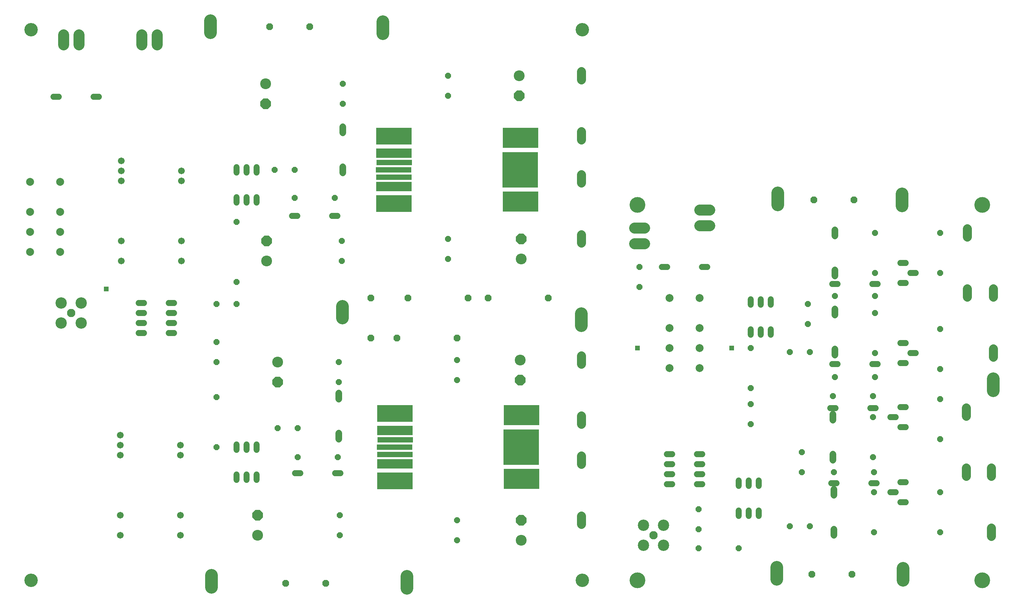
<source format=gts>
G75*
%MOIN*%
%OFA0B0*%
%FSLAX25Y25*%
%IPPOS*%
%LPD*%
%AMOC8*
5,1,8,0,0,1.08239X$1,22.5*
%
%ADD10C,0.13398*%
%ADD11C,0.15750*%
%ADD12C,0.10839*%
%ADD13C,0.08300*%
%ADD14C,0.11300*%
%ADD15C,0.12650*%
%ADD16OC8,0.06000*%
%ADD17C,0.06000*%
%ADD18C,0.07887*%
%ADD19C,0.06737*%
%ADD20C,0.09050*%
%ADD21R,0.35800X0.16800*%
%ADD22R,0.35800X0.09300*%
%ADD23R,0.35800X0.05800*%
%ADD24R,0.35800X0.20300*%
%ADD25R,0.35800X0.35800*%
%ADD26C,0.06737*%
%ADD27C,0.10800*%
%ADD28OC8,0.10800*%
%ADD29OC8,0.06800*%
%ADD30R,0.04762X0.04762*%
D10*
X0026000Y0027800D03*
X0026000Y0027800D03*
X0576000Y0027800D03*
X0576000Y0027800D03*
X0576000Y0577800D03*
X0576000Y0577800D03*
X0026000Y0577800D03*
X0026000Y0577800D03*
D11*
X0631000Y0402800D03*
X0631000Y0402800D03*
X0975000Y0402800D03*
X0975000Y0402800D03*
X0975000Y0027800D03*
X0975000Y0027800D03*
X0631000Y0027800D03*
X0631000Y0027800D03*
D12*
X0627980Y0364005D02*
X0638020Y0364005D01*
X0638020Y0379595D02*
X0627980Y0379595D01*
X0692980Y0382005D02*
X0703020Y0382005D01*
X0703020Y0397595D02*
X0692980Y0397595D01*
X0151795Y0562780D02*
X0151795Y0572820D01*
X0136205Y0572820D02*
X0136205Y0562780D01*
X0073795Y0562780D02*
X0073795Y0572820D01*
X0058205Y0572820D02*
X0058205Y0562780D01*
D13*
X0066000Y0294800D03*
X0647000Y0072800D03*
D14*
X0636961Y0082839D03*
X0657039Y0082839D03*
X0657039Y0062761D03*
X0636961Y0062761D03*
X0076039Y0284761D03*
X0055961Y0284761D03*
X0055961Y0304839D03*
X0076039Y0304839D03*
D15*
X0336700Y0301525D02*
X0336700Y0289675D01*
X0575000Y0294025D02*
X0575000Y0282175D01*
X0771000Y0402875D02*
X0771000Y0414725D01*
X0895000Y0413725D02*
X0895000Y0401875D01*
X0986000Y0229025D02*
X0986000Y0217175D01*
X0896000Y0039725D02*
X0896000Y0027875D01*
X0770000Y0028875D02*
X0770000Y0040725D01*
X0401000Y0031725D02*
X0401000Y0019875D01*
X0206000Y0020875D02*
X0206000Y0032725D01*
X0377000Y0573875D02*
X0377000Y0585725D01*
X0205000Y0586725D02*
X0205000Y0574875D01*
D16*
X0337000Y0523800D03*
X0337000Y0503800D03*
X0442000Y0511800D03*
X0442000Y0531800D03*
X0289000Y0437800D03*
X0269000Y0437800D03*
X0289000Y0409800D03*
X0329000Y0409800D03*
X0336000Y0366800D03*
X0336000Y0346800D03*
X0442000Y0348800D03*
X0442000Y0368800D03*
X0633000Y0340800D03*
X0633000Y0320800D03*
X0744000Y0259800D03*
X0783000Y0255800D03*
X0803000Y0255800D03*
X0801000Y0283800D03*
X0801000Y0303800D03*
X0828000Y0311800D03*
X0868000Y0311800D03*
X0868000Y0294800D03*
X0868000Y0254800D03*
X0868000Y0230800D03*
X0866000Y0211800D03*
X0866000Y0190800D03*
X0826000Y0211800D03*
X0828000Y0230800D03*
X0744000Y0219800D03*
X0744000Y0203800D03*
X0744000Y0183800D03*
X0795000Y0155800D03*
X0795000Y0135800D03*
X0827000Y0135800D03*
X0867000Y0135800D03*
X0866000Y0150800D03*
X0867000Y0115800D03*
X0933000Y0115800D03*
X0933000Y0075800D03*
X0867000Y0075800D03*
X0803000Y0081800D03*
X0783000Y0081800D03*
X0732000Y0059800D03*
X0692000Y0059800D03*
X0692000Y0078800D03*
X0692000Y0098800D03*
X0451000Y0087800D03*
X0451000Y0067800D03*
X0334000Y0072800D03*
X0334000Y0092800D03*
X0332000Y0150800D03*
X0292000Y0150800D03*
X0292000Y0179800D03*
X0272000Y0179800D03*
X0211000Y0160800D03*
X0211000Y0210800D03*
X0211000Y0245800D03*
X0211000Y0265800D03*
X0211000Y0303800D03*
X0231000Y0303800D03*
X0231000Y0325800D03*
X0231000Y0385800D03*
X0333000Y0245800D03*
X0333000Y0225800D03*
X0451000Y0227800D03*
X0451000Y0247800D03*
X0868000Y0334800D03*
X0868000Y0374800D03*
X0933000Y0374800D03*
X0933000Y0334800D03*
X0933000Y0278800D03*
X0933000Y0238800D03*
X0933000Y0208800D03*
X0933000Y0168800D03*
D17*
X0898600Y0180800D02*
X0893400Y0180800D01*
X0888600Y0190800D02*
X0883400Y0190800D01*
X0893400Y0200800D02*
X0898600Y0200800D01*
X0868600Y0199800D02*
X0863400Y0199800D01*
X0828600Y0199800D02*
X0823400Y0199800D01*
X0825400Y0243800D02*
X0830600Y0243800D01*
X0865400Y0243800D02*
X0870600Y0243800D01*
X0893400Y0244800D02*
X0898600Y0244800D01*
X0903400Y0254800D02*
X0908600Y0254800D01*
X0898600Y0264800D02*
X0893400Y0264800D01*
X0893400Y0324800D02*
X0898600Y0324800D01*
X0903400Y0334800D02*
X0908600Y0334800D01*
X0898600Y0344800D02*
X0893400Y0344800D01*
X0870600Y0323800D02*
X0865400Y0323800D01*
X0830600Y0323800D02*
X0825400Y0323800D01*
X0764000Y0308400D02*
X0764000Y0303200D01*
X0754000Y0303200D02*
X0754000Y0308400D01*
X0744000Y0308400D02*
X0744000Y0303200D01*
X0744000Y0278400D02*
X0744000Y0273200D01*
X0754000Y0273200D02*
X0754000Y0278400D01*
X0764000Y0278400D02*
X0764000Y0273200D01*
X0700600Y0340800D02*
X0695400Y0340800D01*
X0660600Y0340800D02*
X0655400Y0340800D01*
X0660400Y0153800D02*
X0665600Y0153800D01*
X0665600Y0143800D02*
X0660400Y0143800D01*
X0660400Y0133800D02*
X0665600Y0133800D01*
X0665600Y0123800D02*
X0660400Y0123800D01*
X0690400Y0123800D02*
X0695600Y0123800D01*
X0695600Y0133800D02*
X0690400Y0133800D01*
X0690400Y0143800D02*
X0695600Y0143800D01*
X0695600Y0153800D02*
X0690400Y0153800D01*
X0732000Y0127400D02*
X0732000Y0122200D01*
X0742000Y0122200D02*
X0742000Y0127400D01*
X0752000Y0127400D02*
X0752000Y0122200D01*
X0752000Y0097400D02*
X0752000Y0092200D01*
X0742000Y0092200D02*
X0742000Y0097400D01*
X0732000Y0097400D02*
X0732000Y0092200D01*
X0824400Y0124800D02*
X0829600Y0124800D01*
X0864400Y0124800D02*
X0869600Y0124800D01*
X0883400Y0115800D02*
X0888600Y0115800D01*
X0893400Y0125800D02*
X0898600Y0125800D01*
X0898600Y0105800D02*
X0893400Y0105800D01*
X0334600Y0134800D02*
X0329400Y0134800D01*
X0294600Y0134800D02*
X0289400Y0134800D01*
X0251000Y0133400D02*
X0251000Y0128200D01*
X0241000Y0128200D02*
X0241000Y0133400D01*
X0231000Y0133400D02*
X0231000Y0128200D01*
X0231000Y0158200D02*
X0231000Y0163400D01*
X0241000Y0163400D02*
X0241000Y0158200D01*
X0251000Y0158200D02*
X0251000Y0163400D01*
X0168600Y0274800D02*
X0163400Y0274800D01*
X0163400Y0284800D02*
X0168600Y0284800D01*
X0168600Y0294800D02*
X0163400Y0294800D01*
X0163400Y0304800D02*
X0168600Y0304800D01*
X0138600Y0304800D02*
X0133400Y0304800D01*
X0133400Y0294800D02*
X0138600Y0294800D01*
X0138600Y0284800D02*
X0133400Y0284800D01*
X0133400Y0274800D02*
X0138600Y0274800D01*
X0286400Y0391800D02*
X0291600Y0391800D01*
X0326400Y0391800D02*
X0331600Y0391800D01*
X0251000Y0405200D02*
X0251000Y0410400D01*
X0241000Y0410400D02*
X0241000Y0405200D01*
X0231000Y0405200D02*
X0231000Y0410400D01*
X0231000Y0435200D02*
X0231000Y0440400D01*
X0241000Y0440400D02*
X0241000Y0435200D01*
X0251000Y0435200D02*
X0251000Y0440400D01*
X0093600Y0510800D02*
X0088400Y0510800D01*
X0053600Y0510800D02*
X0048400Y0510800D01*
D18*
X0055000Y0425800D03*
X0025000Y0425800D03*
X0025000Y0395800D03*
X0025000Y0375800D03*
X0055000Y0375800D03*
X0055000Y0395800D03*
X0055000Y0355800D03*
X0025000Y0355800D03*
X0663000Y0309800D03*
X0693000Y0309800D03*
X0693000Y0279800D03*
X0663000Y0279800D03*
X0663000Y0259800D03*
X0663000Y0239800D03*
X0693000Y0239800D03*
X0693000Y0259800D03*
D19*
X0828000Y0258769D02*
X0828000Y0252831D01*
X0828000Y0292831D02*
X0828000Y0298769D01*
X0828000Y0331831D02*
X0828000Y0337769D01*
X0828000Y0371831D02*
X0828000Y0377769D01*
X0826000Y0193769D02*
X0826000Y0187831D01*
X0826000Y0153769D02*
X0826000Y0147831D01*
X0827000Y0118769D02*
X0827000Y0112831D01*
X0827000Y0078769D02*
X0827000Y0072831D01*
X0333000Y0168831D02*
X0333000Y0174769D01*
X0333000Y0208831D02*
X0333000Y0214769D01*
X0337000Y0434831D02*
X0337000Y0440769D01*
X0337000Y0474831D02*
X0337000Y0480769D01*
D20*
X0575000Y0475925D02*
X0575000Y0467675D01*
X0575000Y0432925D02*
X0575000Y0424675D01*
X0575000Y0372925D02*
X0575000Y0364675D01*
X0575000Y0251925D02*
X0575000Y0243675D01*
X0575000Y0191925D02*
X0575000Y0183675D01*
X0575000Y0151925D02*
X0575000Y0143675D01*
X0575000Y0091925D02*
X0575000Y0083675D01*
X0959000Y0131675D02*
X0959000Y0139925D01*
X0984000Y0139925D02*
X0984000Y0131675D01*
X0984000Y0079925D02*
X0984000Y0071675D01*
X0959000Y0191675D02*
X0959000Y0199925D01*
X0986000Y0250675D02*
X0986000Y0258925D01*
X0986000Y0310675D02*
X0986000Y0318925D01*
X0960000Y0318925D02*
X0960000Y0310675D01*
X0960000Y0370675D02*
X0960000Y0378925D01*
X0575000Y0527675D02*
X0575000Y0535925D01*
D21*
X0388000Y0471400D03*
X0388100Y0404000D03*
X0389000Y0194400D03*
X0389100Y0127000D03*
D22*
X0388900Y0143900D03*
X0389100Y0177500D03*
X0387900Y0420900D03*
X0388100Y0454500D03*
D23*
X0388200Y0445200D03*
X0387700Y0437800D03*
X0387900Y0430500D03*
X0389200Y0168200D03*
X0388700Y0160800D03*
X0388900Y0153500D03*
D24*
X0515200Y0129100D03*
X0515200Y0192700D03*
X0514200Y0406100D03*
X0514200Y0469700D03*
D25*
X0514050Y0437750D03*
X0515050Y0160750D03*
D26*
X0175000Y0162800D03*
X0175000Y0152800D03*
X0115000Y0152800D03*
X0115000Y0162800D03*
X0115000Y0172800D03*
X0115000Y0092800D03*
X0115000Y0072800D03*
X0175000Y0072800D03*
X0175000Y0092800D03*
X0176000Y0346800D03*
X0176000Y0366800D03*
X0116000Y0366800D03*
X0116000Y0346800D03*
X0116000Y0426800D03*
X0116000Y0436800D03*
X0116000Y0446800D03*
X0176000Y0436800D03*
X0176000Y0426800D03*
D27*
X0261000Y0346800D03*
X0272000Y0245800D03*
X0514000Y0247800D03*
X0515000Y0348800D03*
X0260000Y0523800D03*
X0513000Y0531800D03*
X0252000Y0072800D03*
X0515000Y0067800D03*
D28*
X0515000Y0087800D03*
X0514000Y0227800D03*
X0515000Y0368800D03*
X0513000Y0511800D03*
X0260000Y0503800D03*
X0261000Y0366800D03*
X0272000Y0225800D03*
X0252000Y0092800D03*
D29*
X0280000Y0024800D03*
X0320000Y0024800D03*
X0365000Y0269800D03*
X0391000Y0269800D03*
X0451000Y0269800D03*
X0462000Y0309800D03*
X0482000Y0309800D03*
X0542000Y0309800D03*
X0402000Y0309800D03*
X0365000Y0309800D03*
X0807000Y0407800D03*
X0847000Y0407800D03*
X0304000Y0580800D03*
X0264000Y0580800D03*
X0805000Y0033800D03*
X0845000Y0033800D03*
D30*
X0725000Y0259800D03*
X0631000Y0259800D03*
X0101000Y0318800D03*
M02*

</source>
